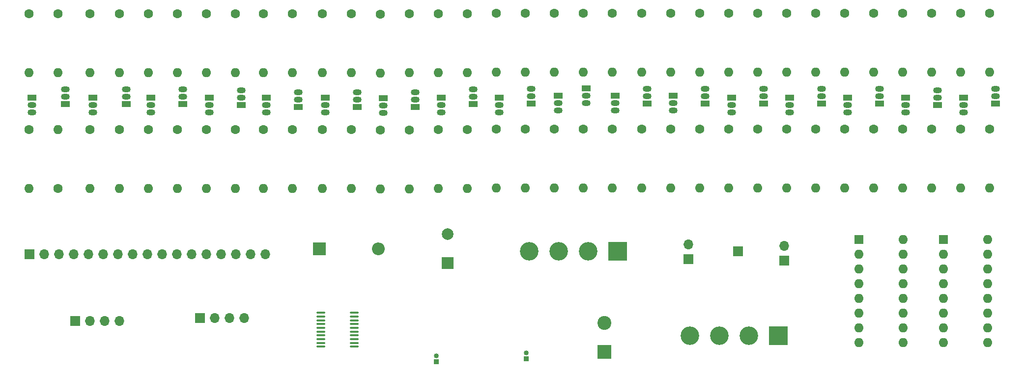
<source format=gbr>
%TF.GenerationSoftware,KiCad,Pcbnew,8.0.5*%
%TF.CreationDate,2024-10-01T12:40:19+02:00*%
%TF.ProjectId,e,652e6b69-6361-4645-9f70-636258585858,rev?*%
%TF.SameCoordinates,Original*%
%TF.FileFunction,Soldermask,Top*%
%TF.FilePolarity,Negative*%
%FSLAX46Y46*%
G04 Gerber Fmt 4.6, Leading zero omitted, Abs format (unit mm)*
G04 Created by KiCad (PCBNEW 8.0.5) date 2024-10-01 12:40:19*
%MOMM*%
%LPD*%
G01*
G04 APERTURE LIST*
G04 Aperture macros list*
%AMRoundRect*
0 Rectangle with rounded corners*
0 $1 Rounding radius*
0 $2 $3 $4 $5 $6 $7 $8 $9 X,Y pos of 4 corners*
0 Add a 4 corners polygon primitive as box body*
4,1,4,$2,$3,$4,$5,$6,$7,$8,$9,$2,$3,0*
0 Add four circle primitives for the rounded corners*
1,1,$1+$1,$2,$3*
1,1,$1+$1,$4,$5*
1,1,$1+$1,$6,$7*
1,1,$1+$1,$8,$9*
0 Add four rect primitives between the rounded corners*
20,1,$1+$1,$2,$3,$4,$5,0*
20,1,$1+$1,$4,$5,$6,$7,0*
20,1,$1+$1,$6,$7,$8,$9,0*
20,1,$1+$1,$8,$9,$2,$3,0*%
G04 Aperture macros list end*
%ADD10R,1.700000X1.700000*%
%ADD11O,1.700000X1.700000*%
%ADD12C,1.600000*%
%ADD13O,1.600000X1.600000*%
%ADD14R,1.500000X1.050000*%
%ADD15O,1.500000X1.050000*%
%ADD16R,0.850000X0.850000*%
%ADD17O,0.850000X0.850000*%
%ADD18R,3.200000X3.200000*%
%ADD19C,3.200000*%
%ADD20R,1.600000X1.600000*%
%ADD21R,2.000000X2.000000*%
%ADD22C,2.000000*%
%ADD23R,2.200000X2.200000*%
%ADD24O,2.200000X2.200000*%
%ADD25RoundRect,0.100000X-0.637500X-0.100000X0.637500X-0.100000X0.637500X0.100000X-0.637500X0.100000X0*%
%ADD26R,2.400000X2.400000*%
%ADD27C,2.400000*%
G04 APERTURE END LIST*
D10*
%TO.C,J9*%
X24920000Y-68500000D03*
D11*
X27460000Y-68500000D03*
X30000000Y-68500000D03*
X32540000Y-68500000D03*
%TD*%
D10*
%TO.C,J2*%
X46420000Y-68000000D03*
D11*
X48960000Y-68000000D03*
X51500000Y-68000000D03*
X54040000Y-68000000D03*
%TD*%
D10*
%TO.C,J5*%
X139120000Y-56500000D03*
%TD*%
%TO.C,J4*%
X130620000Y-57775000D03*
D11*
X130620000Y-55235000D03*
%TD*%
D10*
%TO.C,J3*%
X147120000Y-58040000D03*
D11*
X147120000Y-55500000D03*
%TD*%
D10*
%TO.C,J1*%
X17020000Y-57000000D03*
D11*
X19560000Y-57000000D03*
X22100000Y-57000000D03*
X24640000Y-57000000D03*
X27180000Y-57000000D03*
X29720000Y-57000000D03*
X32260000Y-57000000D03*
X34800000Y-57000000D03*
X37340000Y-57000000D03*
X39880000Y-57000000D03*
X42420000Y-57000000D03*
X44960000Y-57000000D03*
X47500000Y-57000000D03*
X50040000Y-57000000D03*
X52580000Y-57000000D03*
X55120000Y-57000000D03*
X57660000Y-57000000D03*
%TD*%
D12*
%TO.C,R39*%
X112500000Y-15420000D03*
D13*
X112500000Y-25580000D03*
%TD*%
D14*
%TO.C,Q19*%
X108140000Y-29650000D03*
D15*
X108140000Y-30920000D03*
X108140000Y-32190000D03*
%TD*%
D12*
%TO.C,R48*%
X132500000Y-35420000D03*
D13*
X132500000Y-45580000D03*
%TD*%
D16*
%TO.C,J6*%
X102620000Y-75000000D03*
D17*
X102620000Y-74000000D03*
%TD*%
D12*
%TO.C,R31*%
X22000000Y-15500000D03*
D13*
X22000000Y-25660000D03*
%TD*%
D14*
%TO.C,Q33*%
X178000000Y-29920000D03*
D15*
X178000000Y-31190000D03*
X178000000Y-32460000D03*
%TD*%
D14*
%TO.C,Q4*%
X83500000Y-31580000D03*
D15*
X83500000Y-30310000D03*
X83500000Y-29040000D03*
%TD*%
D14*
%TO.C,Q28*%
X153500000Y-30960000D03*
D15*
X153500000Y-29690000D03*
X153500000Y-28420000D03*
%TD*%
D12*
%TO.C,R34*%
X97500000Y-35420000D03*
D13*
X97500000Y-45580000D03*
%TD*%
D12*
%TO.C,R63*%
X172500000Y-15420000D03*
D13*
X172500000Y-25580000D03*
%TD*%
D12*
%TO.C,R7*%
X82500000Y-15460000D03*
D13*
X82500000Y-25620000D03*
%TD*%
D12*
%TO.C,R65*%
X177500000Y-15420000D03*
D13*
X177500000Y-25580000D03*
%TD*%
D12*
%TO.C,R15*%
X62370000Y-15500000D03*
D13*
X62370000Y-25660000D03*
%TD*%
D14*
%TO.C,Q22*%
X123500000Y-30960000D03*
D15*
X123500000Y-29690000D03*
X123500000Y-28420000D03*
%TD*%
D14*
%TO.C,Q12*%
X43500000Y-31040000D03*
D15*
X43500000Y-29770000D03*
X43500000Y-28500000D03*
%TD*%
D14*
%TO.C,Q2*%
X93500000Y-31040000D03*
D15*
X93500000Y-29770000D03*
X93500000Y-28500000D03*
%TD*%
D12*
%TO.C,R6*%
X77500000Y-35540000D03*
D13*
X77500000Y-45700000D03*
%TD*%
D12*
%TO.C,R51*%
X142500000Y-15420000D03*
D13*
X142500000Y-25580000D03*
%TD*%
D14*
%TO.C,Q7*%
X57870000Y-30000000D03*
D15*
X57870000Y-31270000D03*
X57870000Y-32540000D03*
%TD*%
D12*
%TO.C,R59*%
X162500000Y-15420000D03*
D13*
X162500000Y-25580000D03*
%TD*%
D12*
%TO.C,R18*%
X47500000Y-35500000D03*
D13*
X47500000Y-45660000D03*
%TD*%
D14*
%TO.C,Q20*%
X113000000Y-28380000D03*
D15*
X113000000Y-29650000D03*
X113000000Y-30920000D03*
%TD*%
D12*
%TO.C,R46*%
X127500000Y-35420000D03*
D13*
X127500000Y-45580000D03*
%TD*%
D12*
%TO.C,R35*%
X102500000Y-15420000D03*
D13*
X102500000Y-25580000D03*
%TD*%
D12*
%TO.C,R23*%
X42500000Y-15500000D03*
D13*
X42500000Y-25660000D03*
%TD*%
D14*
%TO.C,Q16*%
X23230000Y-31040000D03*
D15*
X23230000Y-29770000D03*
X23230000Y-28500000D03*
%TD*%
D14*
%TO.C,Q31*%
X168000000Y-29920000D03*
D15*
X168000000Y-31190000D03*
X168000000Y-32460000D03*
%TD*%
D12*
%TO.C,R67*%
X182500000Y-15420000D03*
D13*
X182500000Y-25580000D03*
%TD*%
D12*
%TO.C,R49*%
X137500000Y-15420000D03*
D13*
X137500000Y-25580000D03*
%TD*%
D12*
%TO.C,R38*%
X107500000Y-35420000D03*
D13*
X107500000Y-45580000D03*
%TD*%
D12*
%TO.C,R11*%
X72500000Y-15500000D03*
D13*
X72500000Y-25660000D03*
%TD*%
D12*
%TO.C,R58*%
X157500000Y-35420000D03*
D13*
X157500000Y-45580000D03*
%TD*%
D12*
%TO.C,R3*%
X87500000Y-35500000D03*
D13*
X87500000Y-45660000D03*
%TD*%
D12*
%TO.C,R45*%
X127500000Y-15420000D03*
D13*
X127500000Y-25580000D03*
%TD*%
D12*
%TO.C,R4*%
X92500000Y-35500000D03*
D13*
X92500000Y-45660000D03*
%TD*%
D12*
%TO.C,R32*%
X22000000Y-45660000D03*
D13*
X22000000Y-35500000D03*
%TD*%
D14*
%TO.C,Q26*%
X143500000Y-30960000D03*
D15*
X143500000Y-29690000D03*
X143500000Y-28420000D03*
%TD*%
D12*
%TO.C,R22*%
X37500000Y-35500000D03*
D13*
X37500000Y-45660000D03*
%TD*%
D14*
%TO.C,Q14*%
X33730000Y-31040000D03*
D15*
X33730000Y-29770000D03*
X33730000Y-28500000D03*
%TD*%
D14*
%TO.C,Q25*%
X138000000Y-29920000D03*
D15*
X138000000Y-31190000D03*
X138000000Y-32460000D03*
%TD*%
D14*
%TO.C,Q30*%
X163500000Y-30960000D03*
D15*
X163500000Y-29690000D03*
X163500000Y-28420000D03*
%TD*%
D12*
%TO.C,R12*%
X72500000Y-35500000D03*
D13*
X72500000Y-45660000D03*
%TD*%
D12*
%TO.C,R57*%
X157500000Y-15420000D03*
D13*
X157500000Y-25580000D03*
%TD*%
D12*
%TO.C,R26*%
X27500000Y-35500000D03*
D13*
X27500000Y-45660000D03*
%TD*%
D12*
%TO.C,R44*%
X122500000Y-35420000D03*
D13*
X122500000Y-45580000D03*
%TD*%
D12*
%TO.C,R1*%
X87500000Y-15500000D03*
D13*
X87500000Y-25660000D03*
%TD*%
D14*
%TO.C,Q15*%
X17500000Y-30000000D03*
D15*
X17500000Y-31270000D03*
X17500000Y-32540000D03*
%TD*%
D12*
%TO.C,R47*%
X132500000Y-15420000D03*
D13*
X132500000Y-25580000D03*
%TD*%
D12*
%TO.C,R66*%
X177500000Y-35420000D03*
D13*
X177500000Y-45580000D03*
%TD*%
D12*
%TO.C,R27*%
X32500000Y-15500000D03*
D13*
X32500000Y-25660000D03*
%TD*%
D12*
%TO.C,R53*%
X147500000Y-15420000D03*
D13*
X147500000Y-25580000D03*
%TD*%
D12*
%TO.C,R17*%
X47500000Y-15500000D03*
D13*
X47500000Y-25660000D03*
%TD*%
D12*
%TO.C,R61*%
X167500000Y-15420000D03*
D13*
X167500000Y-25580000D03*
%TD*%
D12*
%TO.C,R50*%
X137500000Y-35420000D03*
D13*
X137500000Y-45580000D03*
%TD*%
D12*
%TO.C,R5*%
X77500000Y-15540000D03*
D13*
X77500000Y-25700000D03*
%TD*%
D12*
%TO.C,R33*%
X97500000Y-15420000D03*
D13*
X97500000Y-25580000D03*
%TD*%
D12*
%TO.C,R24*%
X42500000Y-35500000D03*
D13*
X42500000Y-45660000D03*
%TD*%
D14*
%TO.C,Q3*%
X78000000Y-30040000D03*
D15*
X78000000Y-31310000D03*
X78000000Y-32580000D03*
%TD*%
D12*
%TO.C,R42*%
X117500000Y-35420000D03*
D13*
X117500000Y-45580000D03*
%TD*%
D12*
%TO.C,R20*%
X52500000Y-35500000D03*
D13*
X52500000Y-45660000D03*
%TD*%
D14*
%TO.C,Q24*%
X133500000Y-30960000D03*
D15*
X133500000Y-29690000D03*
X133500000Y-28420000D03*
%TD*%
D18*
%TO.C,D2*%
X146120000Y-71000000D03*
D19*
X141040000Y-71000000D03*
X135960000Y-71000000D03*
X130880000Y-71000000D03*
%TD*%
D14*
%TO.C,Q5*%
X68000000Y-30000000D03*
D15*
X68000000Y-31270000D03*
X68000000Y-32540000D03*
%TD*%
D12*
%TO.C,R54*%
X147500000Y-35420000D03*
D13*
X147500000Y-45580000D03*
%TD*%
D12*
%TO.C,R68*%
X182500000Y-35420000D03*
D13*
X182500000Y-45580000D03*
%TD*%
D14*
%TO.C,Q9*%
X48000000Y-30000000D03*
D15*
X48000000Y-31270000D03*
X48000000Y-32540000D03*
%TD*%
D12*
%TO.C,R8*%
X82500000Y-35540000D03*
D13*
X82500000Y-45700000D03*
%TD*%
D12*
%TO.C,R55*%
X152500000Y-15420000D03*
D13*
X152500000Y-25580000D03*
%TD*%
D12*
%TO.C,R60*%
X162500000Y-35420000D03*
D13*
X162500000Y-45580000D03*
%TD*%
D12*
%TO.C,R62*%
X167500000Y-35420000D03*
D13*
X167500000Y-45580000D03*
%TD*%
D12*
%TO.C,R36*%
X102500000Y-35420000D03*
D13*
X102500000Y-45580000D03*
%TD*%
%TO.C,U1*%
X182120000Y-54460000D03*
X182120000Y-57000000D03*
X182120000Y-59540000D03*
X182120000Y-62080000D03*
X182120000Y-64620000D03*
X182120000Y-67160000D03*
X182120000Y-69700000D03*
X182120000Y-72240000D03*
X174500000Y-72240000D03*
X174500000Y-69700000D03*
X174500000Y-67160000D03*
X174500000Y-64620000D03*
X174500000Y-62080000D03*
X174500000Y-59540000D03*
X174500000Y-57000000D03*
D20*
X174500000Y-54460000D03*
%TD*%
D12*
%TO.C,R14*%
X57370000Y-35500000D03*
D13*
X57370000Y-45660000D03*
%TD*%
D12*
%TO.C,R25*%
X27500000Y-15500000D03*
D13*
X27500000Y-25660000D03*
%TD*%
D21*
%TO.C,C1*%
X89120000Y-58500000D03*
D22*
X89120000Y-53500000D03*
%TD*%
D12*
%TO.C,R9*%
X67500000Y-15500000D03*
D13*
X67500000Y-25660000D03*
%TD*%
D14*
%TO.C,Q11*%
X38000000Y-30000000D03*
D15*
X38000000Y-31270000D03*
X38000000Y-32540000D03*
%TD*%
D12*
%TO.C,R19*%
X52500000Y-15500000D03*
D13*
X52500000Y-25660000D03*
%TD*%
D12*
%TO.C,R16*%
X62370000Y-35500000D03*
D13*
X62370000Y-45660000D03*
%TD*%
D20*
%TO.C,U3*%
X160000000Y-54460000D03*
D13*
X160000000Y-57000000D03*
X160000000Y-59540000D03*
X160000000Y-62080000D03*
X160000000Y-64620000D03*
X160000000Y-67160000D03*
X160000000Y-69700000D03*
X160000000Y-72240000D03*
X167620000Y-72240000D03*
X167620000Y-69700000D03*
X167620000Y-67160000D03*
X167620000Y-64620000D03*
X167620000Y-62080000D03*
X167620000Y-59540000D03*
X167620000Y-57000000D03*
X167620000Y-54460000D03*
%TD*%
D14*
%TO.C,Q17*%
X98000000Y-29920000D03*
D15*
X98000000Y-31190000D03*
X98000000Y-32460000D03*
%TD*%
D12*
%TO.C,R21*%
X37500000Y-15500000D03*
D13*
X37500000Y-25660000D03*
%TD*%
D12*
%TO.C,R13*%
X57370000Y-15500000D03*
D13*
X57370000Y-25660000D03*
%TD*%
D14*
%TO.C,Q10*%
X53500000Y-31270000D03*
D15*
X53500000Y-30000000D03*
X53500000Y-28730000D03*
%TD*%
D14*
%TO.C,Q21*%
X118000000Y-29650000D03*
D15*
X118000000Y-30920000D03*
X118000000Y-32190000D03*
%TD*%
D12*
%TO.C,R40*%
X112500000Y-35420000D03*
D13*
X112500000Y-45580000D03*
%TD*%
D12*
%TO.C,R37*%
X107500000Y-15420000D03*
D13*
X107500000Y-25580000D03*
%TD*%
D16*
%TO.C,J7*%
X87120000Y-75500000D03*
D17*
X87120000Y-74500000D03*
%TD*%
D14*
%TO.C,Q8*%
X63370000Y-31540000D03*
D15*
X63370000Y-30270000D03*
X63370000Y-29000000D03*
%TD*%
D23*
%TO.C,D1*%
X66960000Y-56000000D03*
D24*
X77120000Y-56000000D03*
%TD*%
D12*
%TO.C,R43*%
X122500000Y-15420000D03*
D13*
X122500000Y-25580000D03*
%TD*%
D12*
%TO.C,R28*%
X32500000Y-35500000D03*
D13*
X32500000Y-45660000D03*
%TD*%
D14*
%TO.C,Q29*%
X158000000Y-29920000D03*
D15*
X158000000Y-31190000D03*
X158000000Y-32460000D03*
%TD*%
D12*
%TO.C,R2*%
X92500000Y-15500000D03*
D13*
X92500000Y-25660000D03*
%TD*%
D12*
%TO.C,R52*%
X142500000Y-35420000D03*
D13*
X142500000Y-45580000D03*
%TD*%
D14*
%TO.C,Q18*%
X103500000Y-30960000D03*
D15*
X103500000Y-29690000D03*
X103500000Y-28420000D03*
%TD*%
D12*
%TO.C,R30*%
X17000000Y-35500000D03*
D13*
X17000000Y-45660000D03*
%TD*%
D14*
%TO.C,Q32*%
X173500000Y-31190000D03*
D15*
X173500000Y-29920000D03*
X173500000Y-28650000D03*
%TD*%
D14*
%TO.C,Q13*%
X28000000Y-30000000D03*
D15*
X28000000Y-31270000D03*
X28000000Y-32540000D03*
%TD*%
D14*
%TO.C,Q1*%
X88000000Y-30000000D03*
D15*
X88000000Y-31270000D03*
X88000000Y-32540000D03*
%TD*%
D12*
%TO.C,R29*%
X17000000Y-15500000D03*
D13*
X17000000Y-25660000D03*
%TD*%
D25*
%TO.C,U2*%
X67257500Y-67075000D03*
X67257500Y-67725000D03*
X67257500Y-68375000D03*
X67257500Y-69025000D03*
X67257500Y-69675000D03*
X67257500Y-70325000D03*
X67257500Y-70975000D03*
X67257500Y-71625000D03*
X67257500Y-72275000D03*
X67257500Y-72925000D03*
X72982500Y-72925000D03*
X72982500Y-72275000D03*
X72982500Y-71625000D03*
X72982500Y-70975000D03*
X72982500Y-70325000D03*
X72982500Y-69675000D03*
X72982500Y-69025000D03*
X72982500Y-68375000D03*
X72982500Y-67725000D03*
X72982500Y-67075000D03*
%TD*%
D12*
%TO.C,R41*%
X117500000Y-15420000D03*
D13*
X117500000Y-25580000D03*
%TD*%
D12*
%TO.C,R56*%
X152500000Y-35420000D03*
D13*
X152500000Y-45580000D03*
%TD*%
D14*
%TO.C,Q6*%
X73500000Y-31540000D03*
D15*
X73500000Y-30270000D03*
X73500000Y-29000000D03*
%TD*%
D14*
%TO.C,Q27*%
X148000000Y-29920000D03*
D15*
X148000000Y-31190000D03*
X148000000Y-32460000D03*
%TD*%
D26*
%TO.C,C2*%
X116120000Y-73815200D03*
D27*
X116120000Y-68815200D03*
%TD*%
D12*
%TO.C,R10*%
X67500000Y-35500000D03*
D13*
X67500000Y-45660000D03*
%TD*%
D14*
%TO.C,Q23*%
X128000000Y-29650000D03*
D15*
X128000000Y-30920000D03*
X128000000Y-32190000D03*
%TD*%
D12*
%TO.C,R64*%
X172500000Y-35420000D03*
D13*
X172500000Y-45580000D03*
%TD*%
D18*
%TO.C,D3*%
X118360000Y-56500000D03*
D19*
X113280000Y-56500000D03*
X108200000Y-56500000D03*
X103120000Y-56500000D03*
%TD*%
D14*
%TO.C,Q34*%
X183500000Y-30960000D03*
D15*
X183500000Y-29690000D03*
X183500000Y-28420000D03*
%TD*%
M02*

</source>
